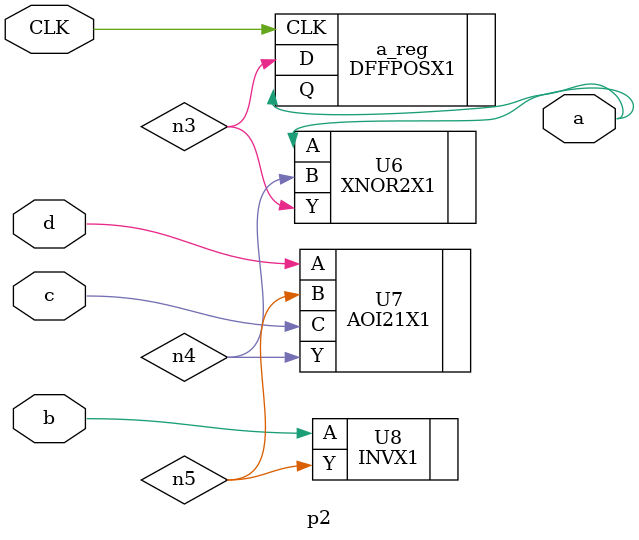
<source format=sv>


module p2 ( CLK, b, c, d, a );
  input CLK, b, c, d;
  output a;
  wire   n3, n4, n5;

  DFFPOSX1 a_reg ( .D(n3), .CLK(CLK), .Q(a) );
  XNOR2X1 U6 ( .A(a), .B(n4), .Y(n3) );
  AOI21X1 U7 ( .A(d), .B(n5), .C(c), .Y(n4) );
  INVX1 U8 ( .A(b), .Y(n5) );
endmodule


</source>
